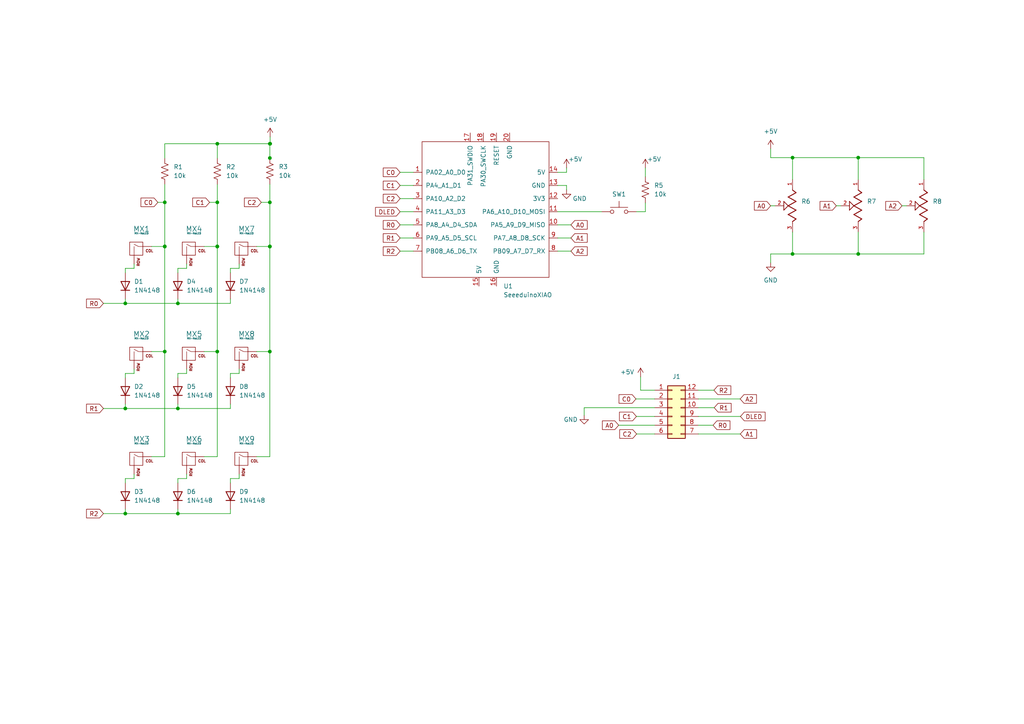
<source format=kicad_sch>
(kicad_sch (version 20211123) (generator eeschema)
  (paper "A4")
  (lib_symbols
    (symbol "Connector_Generic:Conn_02x06_Counter_Clockwise" (pin_names (offset 1.016) hide)
      (property "Reference" "J" (at 1.27 7.62 0))
      (property "Value" "Conn_02x06_Counter_Clockwise" (at 1.27 -10.16 0))
      (symbol "Conn_02x06_Counter_Clockwise_1_1"
        (rectangle (start -1.27 -7.493) (end 0 -7.747) (stroke (width 0.1524)))
        (rectangle (start -1.27 -4.953) (end 0 -5.207) (stroke (width 0.1524)))
        (rectangle (start -1.27 -2.413) (end 0 -2.667) (stroke (width 0.1524)))
        (rectangle (start -1.27 0.127) (end 0 -0.127) (stroke (width 0.1524)))
        (rectangle (start -1.27 2.667) (end 0 2.413) (stroke (width 0.1524)))
        (rectangle (start -1.27 5.207) (end 0 4.953) (stroke (width 0.1524)))
        (rectangle (start -1.27 6.35) (end 3.81 -8.89) (stroke (width 0.254)) (fill (type background)))
        (rectangle (start 3.81 -7.493) (end 2.54 -7.747) (stroke (width 0.1524)))
        (rectangle (start 3.81 -4.953) (end 2.54 -5.207) (stroke (width 0.1524)))
        (rectangle (start 3.81 -2.413) (end 2.54 -2.667) (stroke (width 0.1524)))
        (rectangle (start 3.81 0.127) (end 2.54 -0.127) (stroke (width 0.1524)))
        (rectangle (start 3.81 2.667) (end 2.54 2.413) (stroke (width 0.1524)))
        (rectangle (start 3.81 5.207) (end 2.54 4.953) (stroke (width 0.1524)))
        (pin passive line (at -5.08 5.08 0) (length 3.81) (name "Pin_1") (number "1"))
        (pin passive line (at 7.62 0 180) (length 3.81) (name "Pin_10") (number "10"))
        (pin passive line (at 7.62 2.54 180) (length 3.81) (name "Pin_11") (number "11"))
        (pin passive line (at 7.62 5.08 180) (length 3.81) (name "Pin_12") (number "12"))
        (pin passive line (at -5.08 2.54 0) (length 3.81) (name "Pin_2") (number "2"))
        (pin passive line (at -5.08 0 0) (length 3.81) (name "Pin_3") (number "3"))
        (pin passive line (at -5.08 -2.54 0) (length 3.81) (name "Pin_4") (number "4"))
        (pin passive line (at -5.08 -5.08 0) (length 3.81) (name "Pin_5") (number "5"))
        (pin passive line (at -5.08 -7.62 0) (length 3.81) (name "Pin_6") (number "6"))
        (pin passive line (at 7.62 -7.62 180) (length 3.81) (name "Pin_7") (number "7"))
        (pin passive line (at 7.62 -5.08 180) (length 3.81) (name "Pin_8") (number "8"))
        (pin passive line (at 7.62 -2.54 180) (length 3.81) (name "Pin_9") (number "9"))
      )
    )
    (symbol "Device:R_US" (pin_numbers hide) (pin_names (offset 0))
      (property "Reference" "R" (at 2.54 0 90))
      (property "Value" "R_US" (at -2.54 0 90))
      (symbol "R_US_0_1"
        (polyline (pts (xy 0 -2.286) (xy 0 -2.54)))
        (polyline (pts (xy 0 2.286) (xy 0 2.54)))
        (polyline (pts (xy 0 -0.762) (xy 1.016 -1.143) (xy 0 -1.524) (xy -1.016 -1.905) (xy 0 -2.286)))
        (polyline (pts (xy 0 0.762) (xy 1.016 0.381) (xy 0 0) (xy -1.016 -0.381) (xy 0 -0.762)))
        (polyline (pts (xy 0 2.286) (xy 1.016 1.905) (xy 0 1.524) (xy -1.016 1.143) (xy 0 0.762)))
      )
      (symbol "R_US_1_1"
        (pin passive line (at 0 3.81 270) (length 1.27) (name "~") (number "1"))
        (pin passive line (at 0 -3.81 90) (length 1.27) (name "~") (number "2"))
      )
    )
    (symbol "Diode:1N4148" (pin_numbers hide) (pin_names hide)
      (property "Reference" "D" (at 0 2.54 0))
      (property "Value" "1N4148" (at 0 -2.54 0))
      (symbol "1N4148_0_1"
        (polyline (pts (xy -1.27 1.27) (xy -1.27 -1.27)) (stroke (width 0.254)))
        (polyline (pts (xy 1.27 0) (xy -1.27 0)))
        (polyline (pts (xy 1.27 1.27) (xy 1.27 -1.27) (xy -1.27 0) (xy 1.27 1.27)) (stroke (width 0.254)))
      )
      (symbol "1N4148_1_1"
        (pin passive line (at -3.81 0 0) (length 2.54) (name "K") (number "1"))
        (pin passive line (at 3.81 0 180) (length 2.54) (name "A") (number "2"))
      )
    )
    (symbol "MX_Alps_Hybrid:MX-NoLED" (pin_names (offset 1.016))
      (property "Reference" "MX" (at -0.635 3.81 0))
      (property "Value" "MX-NoLED" (at -0.635 1.27 0))
      (symbol "MX-NoLED_0_0"
        (rectangle (start -2.54 2.54) (end 1.27 -1.27))
        (polyline (pts (xy -1.27 -1.27) (xy -1.27 1.27)) (stroke (width 0.127)))
        (polyline (pts (xy 1.27 1.27) (xy 0 1.27) (xy -1.27 1.905)) (stroke (width 0.127)))
        (text "COL" (at 3.175 0 0) (effects (font (size 0.762 0.762))))
        (text "ROW" (at 0 -1.905 900) (effects (font (size 0.762 0.762)) (justify right)))
      )
      (symbol "MX-NoLED_1_1"
        (pin passive line (at 3.81 1.27 180) (length 2.54) (name "COL") (number "1"))
        (pin passive line (at -1.27 -3.81 90) (length 2.54) (name "ROW") (number "2"))
      )
    )
    (symbol "PTA4543-2015DPB103:PTA4543-2015DPB103" (pin_names (offset 1.016))
      (property "Reference" "R" (at -5.08 5.08 0))
      (property "Value" "PTA4543-2015DPB103" (at -5.08 2.54 0))
      (symbol "PTA4543-2015DPB103_0_0"
        (polyline (pts (xy -5.08 0) (xy -4.572 0)) (stroke (width 0.1524)))
        (polyline (pts (xy -4.572 0) (xy -3.81 1.016)) (stroke (width 0.254)))
        (polyline (pts (xy -3.81 1.016) (xy -2.54 -1.27)) (stroke (width 0.254)))
        (polyline (pts (xy -2.54 -1.27) (xy -1.27 1.016)) (stroke (width 0.254)))
        (polyline (pts (xy -1.27 -2.54) (xy 0 -1.27)) (stroke (width 0.2032)))
        (polyline (pts (xy -1.27 1.016) (xy 0 -1.27)) (stroke (width 0.254)))
        (polyline (pts (xy 0 -1.27) (xy 1.27 -2.54)) (stroke (width 0.2032)))
        (polyline (pts (xy 0 -1.27) (xy 1.27 1.016)) (stroke (width 0.254)))
        (polyline (pts (xy 1.27 -2.54) (xy -1.27 -2.54)) (stroke (width 0.2032)))
        (polyline (pts (xy 1.27 1.016) (xy 2.54 -1.27)) (stroke (width 0.254)))
        (polyline (pts (xy 2.54 -1.27) (xy 3.81 1.016)) (stroke (width 0.254)))
        (polyline (pts (xy 3.81 1.016) (xy 4.572 0)) (stroke (width 0.254)))
        (polyline (pts (xy 4.572 0) (xy 5.08 0)) (stroke (width 0.1524)))
        (pin passive line (at -7.62 0 0) (length 2.54) (name "~") (number "1"))
        (pin passive line (at 0 -5.08 90) (length 2.54) (name "~") (number "2"))
        (pin passive line (at 7.62 0 180) (length 2.54) (name "~") (number "3"))
      )
    )
    (symbol "Seeeduino XIAO:SeeeduinoXIAO" (pin_names (offset 1.016))
      (property "Reference" "U" (at -19.05 22.86 0))
      (property "Value" "SeeeduinoXIAO" (at -12.7 21.59 0))
      (symbol "SeeeduinoXIAO_0_1"
        (rectangle (start -19.05 20.32) (end 17.78 -19.05))
      )
      (symbol "SeeeduinoXIAO_1_1"
        (pin unspecified line (at -21.59 11.43 0) (length 2.54) (name "PA02_A0_D0") (number "1"))
        (pin unspecified line (at 20.32 -3.81 180) (length 2.54) (name "PA5_A9_D9_MISO") (number "10"))
        (pin unspecified line (at 20.32 0 180) (length 2.54) (name "PA6_A10_D10_MOSI") (number "11"))
        (pin unspecified line (at 20.32 3.81 180) (length 2.54) (name "3V3") (number "12"))
        (pin unspecified line (at 20.32 7.62 180) (length 2.54) (name "GND") (number "13"))
        (pin unspecified line (at 20.32 11.43 180) (length 2.54) (name "5V") (number "14"))
        (pin input line (at -2.54 -21.59 90) (length 2.54) (name "5V") (number "15"))
        (pin input line (at 2.54 -21.59 90) (length 2.54) (name "GND") (number "16"))
        (pin input line (at -5.08 22.86 270) (length 2.54) (name "PA31_SWDIO") (number "17"))
        (pin input line (at -1.27 22.86 270) (length 2.54) (name "PA30_SWCLK") (number "18"))
        (pin input line (at 2.54 22.86 270) (length 2.54) (name "RESET") (number "19"))
        (pin unspecified line (at -21.59 7.62 0) (length 2.54) (name "PA4_A1_D1") (number "2"))
        (pin input line (at 6.35 22.86 270) (length 2.54) (name "GND") (number "20"))
        (pin unspecified line (at -21.59 3.81 0) (length 2.54) (name "PA10_A2_D2") (number "3"))
        (pin unspecified line (at -21.59 0 0) (length 2.54) (name "PA11_A3_D3") (number "4"))
        (pin unspecified line (at -21.59 -3.81 0) (length 2.54) (name "PA8_A4_D4_SDA") (number "5"))
        (pin unspecified line (at -21.59 -7.62 0) (length 2.54) (name "PA9_A5_D5_SCL") (number "6"))
        (pin unspecified line (at -21.59 -11.43 0) (length 2.54) (name "PB08_A6_D6_TX") (number "7"))
        (pin unspecified line (at 20.32 -11.43 180) (length 2.54) (name "PB09_A7_D7_RX") (number "8"))
        (pin unspecified line (at 20.32 -7.62 180) (length 2.54) (name "PA7_A8_D8_SCK") (number "9"))
      )
    )
    (symbol "Switch:SW_MEC_5G" (pin_numbers hide) (pin_names (offset 1.016) hide)
      (property "Reference" "SW" (at 1.27 2.54 0))
      (property "Value" "SW_MEC_5G" (at 0 -1.524 0))
      (symbol "SW_MEC_5G_0_1"
        (circle (center -2.032 0) (radius 0.508))
        (polyline (pts (xy 0 1.27) (xy 0 3.048)))
        (polyline (pts (xy 2.54 1.27) (xy -2.54 1.27)))
        (circle (center 2.032 0) (radius 0.508))
        (pin passive line (at -5.08 0 0) (length 2.54) (name "A") (number "1"))
        (pin passive line (at 5.08 0 180) (length 2.54) (name "B") (number "3"))
      )
      (symbol "SW_MEC_5G_1_1"
        (pin passive line (at -5.08 0 0) (length 2.54) hide (name "A") (number "2"))
        (pin passive line (at 5.08 0 180) (length 2.54) hide (name "B") (number "4"))
      )
    )
    (symbol "power:+5V" (power) (pin_names (offset 0))
      (property "Value" "+5V" (at 0 3.556 0))
      (symbol "+5V_0_1"
        (polyline (pts (xy -0.762 1.27) (xy 0 2.54)))
        (polyline (pts (xy 0 0) (xy 0 2.54)))
        (polyline (pts (xy 0 2.54) (xy 0.762 1.27)))
      )
      (symbol "+5V_1_1"
        (pin power_in line (at 0 0 90) (length 0) hide (name "+5V") (number "1"))
      )
    )
    (symbol "power:GND" (power) (pin_names (offset 0))
      (property "Value" "GND" (at 0 -3.81 0))
      (symbol "GND_0_1"
        (polyline (pts (xy 0 0) (xy 0 -1.27) (xy 1.27 -1.27) (xy 0 -2.54) (xy -1.27 -1.27) (xy 0 -1.27)))
      )
      (symbol "GND_1_1"
        (pin power_in line (at 0 0 270) (length 0) hide (name "GND") (number "1"))
      )
    )
  )
  (junction (at 229.87 45.72))
  (junction (at 78.26 101.97))
  (junction (at 51.59 118.48))
  (junction (at 78.27 41.69))
  (junction (at 229.87 73.66))
  (junction (at 47.78 71.49))
  (junction (at 248.92 45.72))
  (junction (at 47.79 71.49))
  (junction (at 78.27 71.49))
  (junction (at 36.35 118.48))
  (junction (at 63.02 71.49))
  (junction (at 47.78 101.97))
  (junction (at 51.59 148.96))
  (junction (at 63.02 101.97))
  (junction (at 63.03 71.49))
  (junction (at 63.03 58.69))
  (junction (at 36.35 88))
  (junction (at 51.59 88))
  (junction (at 78.27 45.8336))
  (junction (at 63.03 41.69))
  (junction (at 248.92 73.66))
  (junction (at 36.35 148.96))
  (junction (at 47.79 58.69))
  (junction (at 78.27 58.69))
  (junction (at 78.3463 41.69))
  (junction (at 78.26 71.49))
  (wire (pts (xy 202.557 120.7925) (xy 214.765 120.7925)))
  (wire (pts (xy 47.78 132.45) (xy 43.97 132.45)))
  (wire (pts (xy 78.3463 41.69) (xy 78.27 41.69)))
  (wire (pts (xy 54.13 108.32) (xy 54.13 107.05)))
  (wire (pts (xy 78.27 45.88) (xy 78.27 45.8336)))
  (wire (pts (xy 30 118.48) (xy 36.35 118.48)))
  (wire (pts (xy 38.89 138.8) (xy 38.89 137.53)))
  (wire (pts (xy 38.89 108.32) (xy 38.89 107.05)))
  (wire (pts (xy 242.57 59.69) (xy 243.84 59.69)))
  (wire (pts (xy 69.37 77.84) (xy 69.37 76.57)))
  (wire (pts (xy 74.45 71.49) (xy 78.26 71.49)))
  (wire (pts (xy 248.92 67.31) (xy 248.92 73.66)))
  (wire (pts (xy 223.52 45.72) (xy 229.87 45.72)))
  (wire (pts (xy 169.4339 118.2525) (xy 189.857 118.2525)))
  (wire (pts (xy 51.59 148.96) (xy 51.59 147.69)))
  (wire (pts (xy 116.06 65.22) (xy 119.87 65.22)))
  (wire (pts (xy 36.35 108.32) (xy 38.89 108.32)))
  (wire (pts (xy 164.32 49.98) (xy 164.32 48.71)))
  (wire (pts (xy 223.52 76.2) (xy 223.52 73.66)))
  (wire (pts (xy 47.79 45.88) (xy 47.79 41.69)))
  (wire (pts (xy 179.4398 123.3325) (xy 189.857 123.3325)))
  (wire (pts (xy 51.59 118.48) (xy 51.59 117.21)))
  (wire (pts (xy 78.27 53.4536) (xy 78.27 58.69)))
  (wire (pts (xy 116.06 69.03) (xy 119.87 69.03)))
  (wire (pts (xy 47.79 58.69) (xy 47.79 71.49)))
  (wire (pts (xy 78.26 101.97) (xy 74.45 101.97)))
  (wire (pts (xy 51.59 79.11) (xy 51.59 77.84)))
  (wire (pts (xy 51.59 138.8) (xy 54.13 138.8)))
  (wire (pts (xy 202.557 118.2525) (xy 207.1518 118.2525)))
  (wire (pts (xy 66.83 118.48) (xy 51.59 118.48)))
  (wire (pts (xy 38.89 76.57) (xy 38.89 77.84)))
  (wire (pts (xy 66.83 77.84) (xy 69.37 77.84)))
  (wire (pts (xy 169.4339 118.2525) (xy 169.4339 120.4322)))
  (wire (pts (xy 161.78 49.98) (xy 164.32 49.98)))
  (wire (pts (xy 51.59 109.59) (xy 51.59 108.32)))
  (wire (pts (xy 223.52 73.66) (xy 229.87 73.66)))
  (wire (pts (xy 74.45 132.45) (xy 78.26 132.45)))
  (wire (pts (xy 66.83 88) (xy 51.59 88)))
  (wire (pts (xy 63.02 132.45) (xy 63.02 101.97)))
  (wire (pts (xy 36.35 138.8) (xy 38.89 138.8)))
  (wire (pts (xy 69.37 138.8) (xy 69.37 137.53)))
  (wire (pts (xy 267.97 45.72) (xy 267.97 52.07)))
  (wire (pts (xy 116.06 61.41) (xy 119.87 61.41)))
  (wire (pts (xy 51.59 118.48) (xy 36.35 118.48)))
  (wire (pts (xy 229.87 45.72) (xy 248.92 45.72)))
  (wire (pts (xy 78.26 132.45) (xy 78.26 101.97)))
  (wire (pts (xy 116.06 49.98) (xy 119.87 49.98)))
  (wire (pts (xy 66.83 148.96) (xy 51.59 148.96)))
  (wire (pts (xy 78.27 45.8336) (xy 78.27 41.69)))
  (wire (pts (xy 54.13 77.84) (xy 54.13 76.57)))
  (wire (pts (xy 54.13 138.8) (xy 54.13 137.53)))
  (wire (pts (xy 248.92 45.72) (xy 248.92 52.07)))
  (wire (pts (xy 51.59 148.96) (xy 36.35 148.96)))
  (wire (pts (xy 116.06 53.79) (xy 119.87 53.79)))
  (wire (pts (xy 187.18 48.71) (xy 187.18 51.25)))
  (wire (pts (xy 59.21 71.49) (xy 63.02 71.49)))
  (wire (pts (xy 229.87 52.07) (xy 229.87 45.72)))
  (wire (pts (xy 60.79 58.69) (xy 63.03 58.69)))
  (wire (pts (xy 161.78 65.22) (xy 165.59 65.22)))
  (wire (pts (xy 63.03 53.5) (xy 63.03 58.69)))
  (wire (pts (xy 63.03 71.49) (xy 63.02 71.49)))
  (wire (pts (xy 202.557 125.8725) (xy 214.7215 125.8725)))
  (wire (pts (xy 184.4509 115.7125) (xy 189.857 115.7125)))
  (wire (pts (xy 36.35 88) (xy 51.59 88)))
  (wire (pts (xy 223.52 59.69) (xy 224.79 59.69)))
  (wire (pts (xy 229.87 67.31) (xy 229.87 73.66)))
  (wire (pts (xy 45.79 58.69) (xy 47.79 58.69)))
  (wire (pts (xy 47.78 71.49) (xy 47.78 101.97)))
  (wire (pts (xy 161.78 61.41) (xy 174.48 61.41)))
  (wire (pts (xy 38.89 77.84) (xy 36.35 77.84)))
  (wire (pts (xy 30 148.96) (xy 36.35 148.96)))
  (wire (pts (xy 66.83 108.32) (xy 69.37 108.32)))
  (wire (pts (xy 43.97 71.49) (xy 47.78 71.49)))
  (wire (pts (xy 184.64 61.41) (xy 187.18 61.41)))
  (wire (pts (xy 30 88) (xy 36.35 88)))
  (wire (pts (xy 66.83 79.11) (xy 66.83 77.84)))
  (wire (pts (xy 36.35 140.07) (xy 36.35 138.8)))
  (wire (pts (xy 185.7914 113.1725) (xy 189.857 113.1725)))
  (wire (pts (xy 202.557 113.1725) (xy 207.0648 113.1725)))
  (wire (pts (xy 69.37 108.32) (xy 69.37 107.05)))
  (wire (pts (xy 248.92 73.66) (xy 267.97 73.66)))
  (wire (pts (xy 164.32 53.79) (xy 164.32 55.06)))
  (wire (pts (xy 63.03 41.69) (xy 63.03 45.88)))
  (wire (pts (xy 78.27 71.49) (xy 78.26 71.49)))
  (wire (pts (xy 187.18 61.41) (xy 187.18 58.87)))
  (wire (pts (xy 63.02 101.97) (xy 59.21 101.97)))
  (wire (pts (xy 36.35 118.48) (xy 36.35 117.21)))
  (wire (pts (xy 63.03 58.69) (xy 63.03 71.49)))
  (wire (pts (xy 78.27 58.69) (xy 78.27 71.49)))
  (wire (pts (xy 248.92 45.72) (xy 267.97 45.72)))
  (wire (pts (xy 184.6466 125.8725) (xy 189.857 125.8725)))
  (wire (pts (xy 47.79 41.69) (xy 63.03 41.69)))
  (wire (pts (xy 78.26 71.49) (xy 78.26 101.97)))
  (wire (pts (xy 51.59 140.07) (xy 51.59 138.8)))
  (wire (pts (xy 36.35 148.96) (xy 36.35 147.69)))
  (wire (pts (xy 66.83 147.69) (xy 66.83 148.96)))
  (wire (pts (xy 202.557 123.3325) (xy 206.8137 123.3325)))
  (wire (pts (xy 59.21 132.45) (xy 63.02 132.45)))
  (wire (pts (xy 63.02 71.49) (xy 63.02 101.97)))
  (wire (pts (xy 78.3463 39.6938) (xy 78.3463 41.69)))
  (wire (pts (xy 36.35 109.59) (xy 36.35 108.32)))
  (wire (pts (xy 66.83 86.73) (xy 66.83 88)))
  (wire (pts (xy 161.78 53.79) (xy 164.32 53.79)))
  (wire (pts (xy 66.83 117.21) (xy 66.83 118.48)))
  (wire (pts (xy 66.83 138.8) (xy 69.37 138.8)))
  (wire (pts (xy 161.78 72.84) (xy 165.59 72.84)))
  (wire (pts (xy 47.79 71.49) (xy 47.78 71.49)))
  (wire (pts (xy 51.59 77.84) (xy 54.13 77.84)))
  (wire (pts (xy 185.7914 109.2952) (xy 185.7914 113.1725)))
  (wire (pts (xy 47.78 101.97) (xy 47.78 132.45)))
  (wire (pts (xy 51.59 108.32) (xy 54.13 108.32)))
  (wire (pts (xy 229.87 73.66) (xy 248.92 73.66)))
  (wire (pts (xy 78.27 41.69) (xy 63.03 41.69)))
  (wire (pts (xy 202.557 115.7125) (xy 214.678 115.7125)))
  (wire (pts (xy 223.52 43.18) (xy 223.52 45.72)))
  (wire (pts (xy 161.78 69.03) (xy 165.59 69.03)))
  (wire (pts (xy 36.35 77.84) (xy 36.35 79.11)))
  (wire (pts (xy 66.83 109.59) (xy 66.83 108.32)))
  (wire (pts (xy 43.97 101.97) (xy 47.78 101.97)))
  (wire (pts (xy 36.35 86.73) (xy 36.35 88)))
  (wire (pts (xy 116.06 72.84) (xy 119.87 72.84)))
  (wire (pts (xy 261.62 59.69) (xy 262.89 59.69)))
  (wire (pts (xy 66.83 140.07) (xy 66.83 138.8)))
  (wire (pts (xy 75.79 58.69) (xy 78.27 58.69)))
  (wire (pts (xy 51.59 88) (xy 51.59 86.73)))
  (wire (pts (xy 267.97 67.31) (xy 267.97 73.66)))
  (wire (pts (xy 184.5814 120.7925) (xy 189.857 120.7925)))
  (wire (pts (xy 47.79 53.5) (xy 47.79 58.69)))
  (wire (pts (xy 116.06 57.6) (xy 119.87 57.6)))
  (global_label "A0" (shape input) (at 165.59 65.22 0) (property "Intersheet References" "${INTERSHEET_REFS}" (effects hide)))
  (global_label "C1" (shape input) (at 60.79 58.69 180) (property "Intersheet References" "${INTERSHEET_REFS}" (effects hide)))
  (global_label "C2" (shape input) (at 116.06 57.6 180) (property "Intersheet References" "${INTERSHEET_REFS}" (effects hide)))
  (global_label "A2" (shape input) (at 165.59 72.84 0) (property "Intersheet References" "${INTERSHEET_REFS}" (effects hide)))
  (global_label "C2" (shape input) (at 75.79 58.69 180) (property "Intersheet References" "${INTERSHEET_REFS}" (effects hide)))
  (global_label "R2" (shape input) (at 30 148.96 180) (property "Intersheet References" "${INTERSHEET_REFS}" (effects hide)))
  (global_label "A2" (shape input) (at 214.678 115.7125 0) (property "Intersheet References" "${INTERSHEET_REFS}" (effects hide)))
  (global_label "R1" (shape input) (at 116.06 69.03 180) (property "Intersheet References" "${INTERSHEET_REFS}" (effects hide)))
  (global_label "R1" (shape input) (at 30 118.48 180) (property "Intersheet References" "${INTERSHEET_REFS}" (effects hide)))
  (global_label "C0" (shape input) (at 116.06 49.98 180) (property "Intersheet References" "${INTERSHEET_REFS}" (effects hide)))
  (global_label "C0" (shape input) (at 45.79 58.69 180) (property "Intersheet References" "${INTERSHEET_REFS}" (effects hide)))
  (global_label "R0" (shape input) (at 116.06 65.22 180) (property "Intersheet References" "${INTERSHEET_REFS}" (effects hide)))
  (global_label "DLED" (shape input) (at 116.06 61.41 180) (property "Intersheet References" "${INTERSHEET_REFS}" (effects hide)))
  (global_label "R2" (shape input) (at 116.06 72.84 180) (property "Intersheet References" "${INTERSHEET_REFS}" (effects hide)))
  (global_label "R1" (shape input) (at 207.1518 118.2525 0) (property "Intersheet References" "${INTERSHEET_REFS}" (effects hide)))
  (global_label "A1" (shape input) (at 242.57 59.69 180) (property "Intersheet References" "${INTERSHEET_REFS}" (effects hide)))
  (global_label "A0" (shape input) (at 179.4398 123.3325 180) (property "Intersheet References" "${INTERSHEET_REFS}" (effects hide)))
  (global_label "C1" (shape input) (at 116.06 53.79 180) (property "Intersheet References" "${INTERSHEET_REFS}" (effects hide)))
  (global_label "R2" (shape input) (at 207.0648 113.1725 0) (property "Intersheet References" "${INTERSHEET_REFS}" (effects hide)))
  (global_label "R0" (shape input) (at 30 88 180) (property "Intersheet References" "${INTERSHEET_REFS}" (effects hide)))
  (global_label "C0" (shape input) (at 184.4509 115.7125 180) (property "Intersheet References" "${INTERSHEET_REFS}" (effects hide)))
  (global_label "R0" (shape input) (at 206.8137 123.3325 0) (property "Intersheet References" "${INTERSHEET_REFS}" (effects hide)))
  (global_label "DLED" (shape input) (at 214.765 120.7925 0) (property "Intersheet References" "${INTERSHEET_REFS}" (effects hide)))
  (global_label "A1" (shape input) (at 165.59 69.03 0) (property "Intersheet References" "${INTERSHEET_REFS}" (effects hide)))
  (global_label "C1" (shape input) (at 184.5814 120.7925 180) (property "Intersheet References" "${INTERSHEET_REFS}" (effects hide)))
  (global_label "A2" (shape input) (at 261.62 59.69 180) (property "Intersheet References" "${INTERSHEET_REFS}" (effects hide)))
  (global_label "A1" (shape input) (at 214.7215 125.8725 0) (property "Intersheet References" "${INTERSHEET_REFS}" (effects hide)))
  (global_label "C2" (shape input) (at 184.6466 125.8725 180) (property "Intersheet References" "${INTERSHEET_REFS}" (effects hide)))
  (global_label "A0" (shape input) (at 223.52 59.69 180) (property "Intersheet References" "${INTERSHEET_REFS}" (effects hide)))
  (symbol (lib_id "Diode:1N4148") (at 51.59 143.88 90) (unit 1)
    (property "Reference" "D6" (at 54.13 142.6099 90) (effects (justify right)))
    (property "Value" "1N4148" (at 54.13 145.1499 90) (effects (justify right)))
    (property "Footprint" "Diode_THT:D_DO-35_SOD27_P7.62mm_Horizontal" (effects hide))
    (property "Datasheet" "https://assets.nexperia.com/documents/data-sheet/1N4148_1N4448.pdf" (effects hide))
  )
  (symbol (lib_id "Seeeduino XIAO:SeeeduinoXIAO") (at 141.46 61.41 0) (unit 1)
    (property "Reference" "U1" (at 146.0194 83 0) (effects (justify left)))
    (property "Value" "SeeeduinoXIAO" (at 146.0194 85.54 0) (effects (justify left)))
    (property "Footprint" "Seeeduino XIAO KICAD:Seeeduino XIAO-MOUDLE14P-2.54-21X17.8MM" (effects hide))
  )
  (symbol (lib_id "Diode:1N4148") (at 36.35 143.88 90) (unit 1)
    (property "Reference" "D3" (at 38.89 142.6099 90) (effects (justify right)))
    (property "Value" "1N4148" (at 38.89 145.1499 90) (effects (justify right)))
    (property "Footprint" "Diode_THT:D_DO-35_SOD27_P7.62mm_Horizontal" (effects hide))
    (property "Datasheet" "https://assets.nexperia.com/documents/data-sheet/1N4148_1N4448.pdf" (effects hide))
  )
  (symbol (lib_id "power:GND") (at 164.32 55.06 0) (unit 1)
    (property "Reference" "#PWR0106" (effects hide))
    (property "Value" "GND" (at 168.13 57.6 0))
  )
  (symbol (lib_id "MX_Alps_Hybrid:MX-NoLED") (at 55.4 103.24 0) (unit 1)
    (property "Reference" "MX5" (at 56.2856 96.89 0) (effects (font (size 1.524 1.524))))
    (property "Value" "MX-NoLED" (at 56.2856 98.16 0) (effects (font (size 0.508 0.508))))
    (property "Footprint" "Slide Potentiometer:Cherry Cutout" (effects hide))
  )
  (symbol (lib_id "MX_Alps_Hybrid:MX-NoLED") (at 40.16 103.24 0) (unit 1)
    (property "Reference" "MX2" (at 41.0456 96.89 0) (effects (font (size 1.524 1.524))))
    (property "Value" "MX-NoLED" (at 41.0456 98.16 0) (effects (font (size 0.508 0.508))))
    (property "Footprint" "Slide Potentiometer:Cherry Cutout" (effects hide))
  )
  (symbol (lib_id "Diode:1N4148") (at 51.59 82.92 90) (unit 1)
    (property "Reference" "D4" (at 54.13 81.6499 90) (effects (justify right)))
    (property "Value" "1N4148" (at 54.13 84.1899 90) (effects (justify right)))
    (property "Footprint" "Diode_THT:D_DO-35_SOD27_P7.62mm_Horizontal" (effects hide))
    (property "Datasheet" "https://assets.nexperia.com/documents/data-sheet/1N4148_1N4448.pdf" (effects hide))
  )
  (symbol (lib_id "Switch:SW_MEC_5G") (at 179.56 61.41 0) (unit 1)
    (property "Reference" "SW1" (at 179.56 56.33 0))
    (property "Value" "SW_MEC_5G" (effects hide))
    (property "Footprint" "random-keyboard-parts:PushButton_6x6mm_TH_Pretty" (effects hide))
    (property "Datasheet" "http://www.apem.com/int/index.php?controller=attachment&id_attachment=488" (effects hide))
  )
  (symbol (lib_id "MX_Alps_Hybrid:MX-NoLED") (at 55.4 72.76 0) (unit 1)
    (property "Reference" "MX4" (at 56.2856 66.41 0) (effects (font (size 1.524 1.524))))
    (property "Value" "MX-NoLED" (at 56.2856 67.68 0) (effects (font (size 0.508 0.508))))
    (property "Footprint" "Slide Potentiometer:Cherry Cutout" (effects hide))
  )
  (symbol (lib_id "MX_Alps_Hybrid:MX-NoLED") (at 55.4 133.72 0) (unit 1)
    (property "Reference" "MX6" (at 56.2856 127.37 0) (effects (font (size 1.524 1.524))))
    (property "Value" "MX-NoLED" (at 56.2856 128.64 0) (effects (font (size 0.508 0.508))))
    (property "Footprint" "Slide Potentiometer:Cherry Cutout" (effects hide))
  )
  (symbol (lib_id "power:+5V") (at 223.52 43.18 0) (unit 1)
    (property "Reference" "#PWR0102" (effects hide))
    (property "Value" "+5V" (at 223.52 38.1 0))
  )
  (symbol (lib_id "Diode:1N4148") (at 51.59 113.4 90) (unit 1)
    (property "Reference" "D5" (at 54.13 112.1299 90) (effects (justify right)))
    (property "Value" "1N4148" (at 54.13 114.6699 90) (effects (justify right)))
    (property "Footprint" "Diode_THT:D_DO-35_SOD27_P7.62mm_Horizontal" (effects hide))
    (property "Datasheet" "https://assets.nexperia.com/documents/data-sheet/1N4148_1N4448.pdf" (effects hide))
  )
  (symbol (lib_id "Device:R_US") (at 187.18 55.06 180) (unit 1)
    (property "Reference" "R5" (at 189.72 53.7899 0) (effects (justify right)))
    (property "Value" "10k" (at 189.72 56.3299 0) (effects (justify right)))
    (property "Footprint" "Resistor_THT:R_Axial_DIN0207_L6.3mm_D2.5mm_P10.16mm_Horizontal" (effects hide))
  )
  (symbol (lib_id "power:+5V") (at 187.18 48.71 0) (unit 1)
    (property "Reference" "#PWR0107" (effects hide))
    (property "Value" "+5V" (at 189.72 46.17 0))
  )
  (symbol (lib_id "PTA4543-2015DPB103:PTA4543-2015DPB103") (at 248.92 59.69 270) (unit 1)
    (property "Reference" "R7" (at 251.46 58.4199 90) (effects (justify left)))
    (property "Value" "PTA4543-2015DPB103" (effects hide))
    (property "Footprint" "Slide Potentiometer:Slide Pot Cutout" (effects hide))
    (property "SNAPEDA_PN" "PTA4543-2015DPB103" (effects hide))
    (property "MANUFACTURER" "Bourns" (effects hide))
    (property "MAXIMUM_PACKAGE_HEIGHT" "21.5 mm" (effects hide))
    (property "STANDARD" "Manufacturer Recommendations" (effects hide))
    (property "PARTREV" "04/21" (effects hide))
  )
  (symbol (lib_id "power:+5V") (at 185.7914 109.2952 0) (unit 1)
    (property "Reference" "#PWR0110" (effects hide))
    (property "Value" "+5V" (at 181.9196 107.9031 0))
  )
  (symbol (lib_id "Device:R_US") (at 47.79 49.69 0) (unit 1)
    (property "Reference" "R1" (at 50.33 48.4199 0) (effects (justify left)))
    (property "Value" "10k" (at 50.33 50.9599 0) (effects (justify left)))
    (property "Footprint" "Resistor_THT:R_Axial_DIN0207_L6.3mm_D2.5mm_P10.16mm_Horizontal" (effects hide))
  )
  (symbol (lib_id "power:GND") (at 169.4339 120.4322 0) (unit 1)
    (property "Reference" "#PWR0109" (effects hide))
    (property "Value" "GND" (at 165.5186 121.6938 0))
  )
  (symbol (lib_id "MX_Alps_Hybrid:MX-NoLED") (at 40.16 133.72 0) (unit 1)
    (property "Reference" "MX3" (at 41.0456 127.37 0) (effects (font (size 1.524 1.524))))
    (property "Value" "MX-NoLED" (at 41.0456 128.64 0) (effects (font (size 0.508 0.508))))
    (property "Footprint" "Slide Potentiometer:Cherry Cutout" (effects hide))
  )
  (symbol (lib_id "Diode:1N4148") (at 66.83 143.88 90) (unit 1)
    (property "Reference" "D9" (at 69.37 142.6099 90) (effects (justify right)))
    (property "Value" "1N4148" (at 69.37 145.1499 90) (effects (justify right)))
    (property "Footprint" "Diode_THT:D_DO-35_SOD27_P7.62mm_Horizontal" (effects hide))
    (property "Datasheet" "https://assets.nexperia.com/documents/data-sheet/1N4148_1N4448.pdf" (effects hide))
  )
  (symbol (lib_id "Device:R_US") (at 78.27 49.6436 180) (unit 1)
    (property "Reference" "R3" (at 80.82 48.3735 0) (effects (justify right)))
    (property "Value" "10k" (at 80.82 50.9135 0) (effects (justify right)))
    (property "Footprint" "Resistor_THT:R_Axial_DIN0207_L6.3mm_D2.5mm_P10.16mm_Horizontal" (effects hide))
  )
  (symbol (lib_id "MX_Alps_Hybrid:MX-NoLED") (at 70.64 103.24 0) (unit 1)
    (property "Reference" "MX8" (at 71.5256 96.89 0) (effects (font (size 1.524 1.524))))
    (property "Value" "MX-NoLED" (at 71.5256 98.16 0) (effects (font (size 0.508 0.508))))
    (property "Footprint" "Slide Potentiometer:Cherry Cutout" (effects hide))
  )
  (symbol (lib_id "power:+5V") (at 78.3463 39.6938 0) (unit 1)
    (property "Reference" "#PWR0108" (effects hide))
    (property "Value" "+5V" (at 78.3463 34.66 0))
  )
  (symbol (lib_id "PTA4543-2015DPB103:PTA4543-2015DPB103") (at 267.97 59.69 270) (unit 1)
    (property "Reference" "R8" (at 270.51 58.4199 90) (effects (justify left)))
    (property "Value" "PTA4543-2015DPB103" (effects hide))
    (property "Footprint" "Slide Potentiometer:Slide Pot Cutout" (effects hide))
    (property "SNAPEDA_PN" "PTA4543-2015DPB103" (effects hide))
    (property "MANUFACTURER" "Bourns" (effects hide))
    (property "MAXIMUM_PACKAGE_HEIGHT" "21.5 mm" (effects hide))
    (property "STANDARD" "Manufacturer Recommendations" (effects hide))
    (property "PARTREV" "04/21" (effects hide))
  )
  (symbol (lib_id "Connector_Generic:Conn_02x06_Counter_Clockwise") (at 194.937 118.2525 0) (unit 1)
    (property "Reference" "J1" (at 196.207 109.22 0))
    (property "Value" "Conn_02x06_Counter_Clockwise" (effects hide))
    (property "Footprint" "Connector_PinHeader_2.54mm:PinHeader_2x06_P2.54mm_Vertical_SMD" (effects hide))
  )
  (symbol (lib_id "power:GND") (at 223.52 76.2 0) (unit 1)
    (property "Reference" "#PWR0101" (effects hide))
    (property "Value" "GND" (at 223.52 81.28 0))
  )
  (symbol (lib_id "Device:R_US") (at 63.03 49.69 0) (unit 1)
    (property "Reference" "R2" (at 65.57 48.4199 0) (effects (justify left)))
    (property "Value" "10k" (at 65.57 50.9599 0) (effects (justify left)))
    (property "Footprint" "Resistor_THT:R_Axial_DIN0207_L6.3mm_D2.5mm_P10.16mm_Horizontal" (effects hide))
  )
  (symbol (lib_id "Diode:1N4148") (at 66.83 82.92 90) (unit 1)
    (property "Reference" "D7" (at 69.37 81.6499 90) (effects (justify right)))
    (property "Value" "1N4148" (at 69.37 84.1899 90) (effects (justify right)))
    (property "Footprint" "Diode_THT:D_DO-35_SOD27_P7.62mm_Horizontal" (effects hide))
    (property "Datasheet" "https://assets.nexperia.com/documents/data-sheet/1N4148_1N4448.pdf" (effects hide))
  )
  (symbol (lib_id "MX_Alps_Hybrid:MX-NoLED") (at 40.16 72.76 0) (unit 1)
    (property "Reference" "MX1" (at 41.0456 66.41 0) (effects (font (size 1.524 1.524))))
    (property "Value" "MX-NoLED" (at 41.0456 67.68 0) (effects (font (size 0.508 0.508))))
    (property "Footprint" "Slide Potentiometer:Cherry Cutout" (effects hide))
  )
  (symbol (lib_id "Diode:1N4148") (at 66.83 113.4 90) (unit 1)
    (property "Reference" "D8" (at 69.37 112.1299 90) (effects (justify right)))
    (property "Value" "1N4148" (at 69.37 114.6699 90) (effects (justify right)))
    (property "Footprint" "Diode_THT:D_DO-35_SOD27_P7.62mm_Horizontal" (effects hide))
    (property "Datasheet" "https://assets.nexperia.com/documents/data-sheet/1N4148_1N4448.pdf" (effects hide))
  )
  (symbol (lib_id "Diode:1N4148") (at 36.35 82.92 90) (unit 1)
    (property "Reference" "D1" (at 38.89 81.6499 90) (effects (justify right)))
    (property "Value" "1N4148" (at 38.89 84.1899 90) (effects (justify right)))
    (property "Footprint" "Diode_THT:D_DO-35_SOD27_P7.62mm_Horizontal" (effects hide))
    (property "Datasheet" "https://assets.nexperia.com/documents/data-sheet/1N4148_1N4448.pdf" (effects hide))
  )
  (symbol (lib_id "PTA4543-2015DPB103:PTA4543-2015DPB103") (at 229.87 59.69 270) (unit 1)
    (property "Reference" "R6" (at 232.41 58.4199 90) (effects (justify left)))
    (property "Value" "PTA4543-2015DPB103" (effects hide))
    (property "Footprint" "Slide Potentiometer:Slide Pot Cutout" (effects hide))
    (property "SNAPEDA_PN" "PTA4543-2015DPB103" (effects hide))
    (property "MANUFACTURER" "Bourns" (effects hide))
    (property "MAXIMUM_PACKAGE_HEIGHT" "21.5 mm" (effects hide))
    (property "STANDARD" "Manufacturer Recommendations" (effects hide))
    (property "PARTREV" "04/21" (effects hide))
  )
  (symbol (lib_id "power:+5V") (at 164.32 48.71 0) (unit 1)
    (property "Reference" "#PWR0105" (effects hide))
    (property "Value" "+5V" (at 166.86 46.17 0))
  )
  (symbol (lib_id "MX_Alps_Hybrid:MX-NoLED") (at 70.64 133.72 0) (unit 1)
    (property "Reference" "MX9" (at 71.5256 127.37 0) (effects (font (size 1.524 1.524))))
    (property "Value" "MX-NoLED" (at 71.5256 128.64 0) (effects (font (size 0.508 0.508))))
    (property "Footprint" "Slide Potentiometer:Cherry Cutout" (effects hide))
  )
  (symbol (lib_id "Diode:1N4148") (at 36.35 113.4 90) (unit 1)
    (property "Reference" "D2" (at 38.89 112.1299 90) (effects (justify right)))
    (property "Value" "1N4148" (at 38.89 114.6699 90) (effects (justify right)))
    (property "Footprint" "Diode_THT:D_DO-35_SOD27_P7.62mm_Horizontal" (effects hide))
    (property "Datasheet" "https://assets.nexperia.com/documents/data-sheet/1N4148_1N4448.pdf" (effects hide))
  )
  (symbol (lib_id "MX_Alps_Hybrid:MX-NoLED") (at 70.64 72.76 0) (unit 1)
    (property "Reference" "MX7" (at 71.5256 66.41 0) (effects (font (size 1.524 1.524))))
    (property "Value" "MX-NoLED" (at 71.5256 67.68 0) (effects (font (size 0.508 0.508))))
    (property "Footprint" "Slide Potentiometer:Cherry Cutout" (effects hide))
  )
)
</source>
